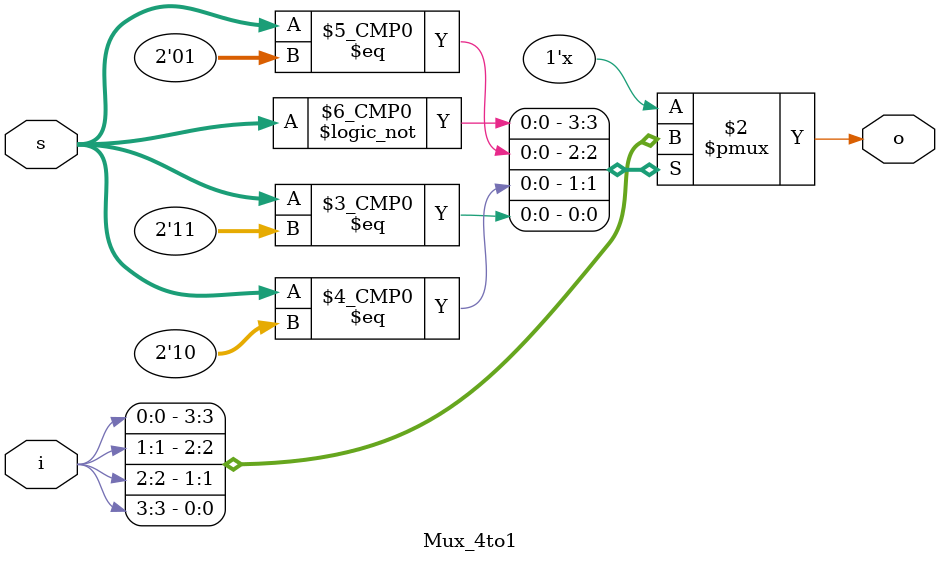
<source format=v>
module Mux_4to1(o,i,s);
	input[3:0]i;
	input[1:0]s;
	output reg o;
	
always @(s or i)
begin	
	case(s)
		2'b00: o=i[0];
		2'b01: o=i[1];
		2'b10: o=i[2];
		2'b11: o=i[3];
		default: o=1'bx;
	endcase
end
endmodule

</source>
